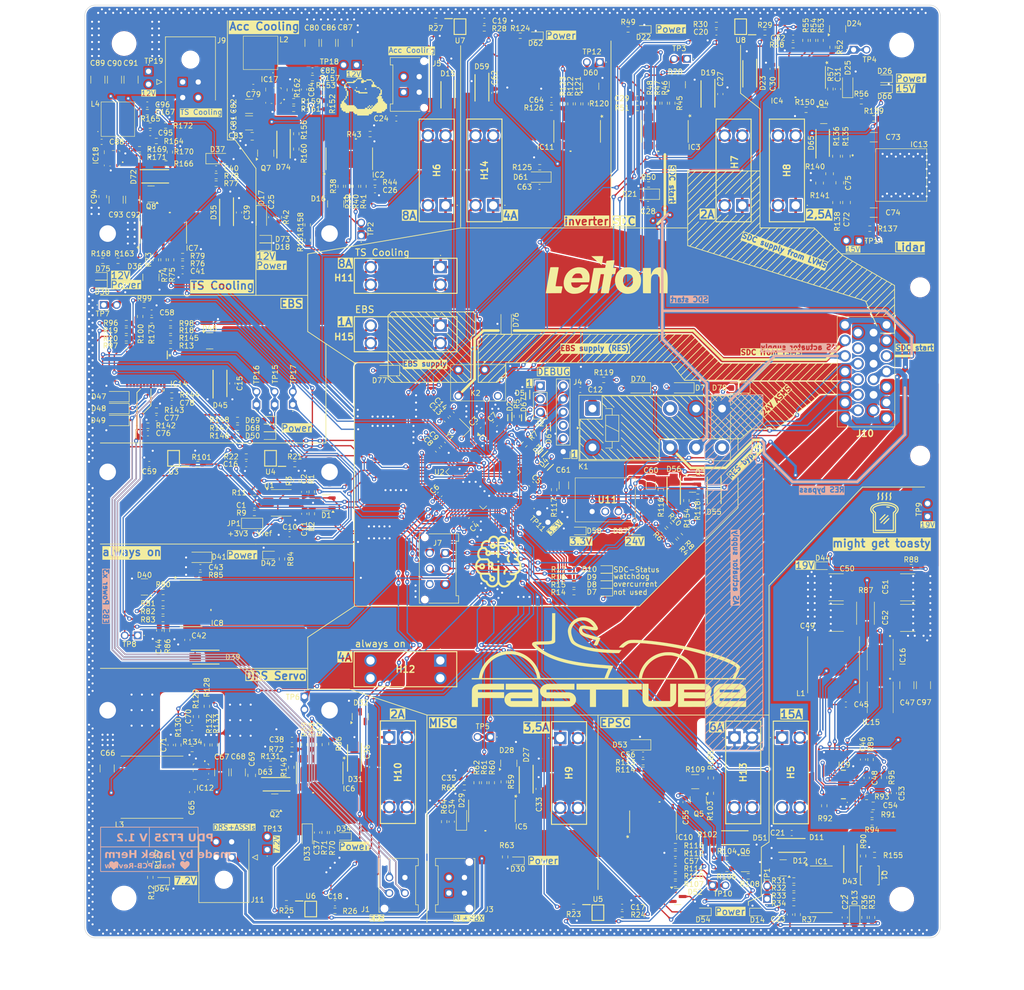
<source format=kicad_pcb>
(kicad_pcb
	(version 20240108)
	(generator "pcbnew")
	(generator_version "8.0")
	(general
		(thickness 1.6)
		(legacy_teardrops no)
	)
	(paper "A3")
	(title_block
		(title "PDU FT25")
		(date "2025-01-15")
		(rev "V1.2")
		(company "Janek Herm")
		(comment 1 "FasTTUBe Electronics")
	)
	(layers
		(0 "F.Cu" signal)
		(1 "In1.Cu" power)
		(2 "In2.Cu" signal)
		(31 "B.Cu" mixed)
		(32 "B.Adhes" user "B.Adhesive")
		(33 "F.Adhes" user "F.Adhesive")
		(34 "B.Paste" user)
		(35 "F.Paste" user)
		(36 "B.SilkS" user "B.Silkscreen")
		(37 "F.SilkS" user "F.Silkscreen")
		(38 "B.Mask" user)
		(39 "F.Mask" user)
		(40 "Dwgs.User" user "User.Drawings")
		(41 "Cmts.User" user "User.Comments")
		(42 "Eco1.User" user "User.Eco1")
		(43 "Eco2.User" user "User.Eco2")
		(44 "Edge.Cuts" user)
		(45 "Margin" user)
		(46 "B.CrtYd" user "B.Courtyard")
		(47 "F.CrtYd" user "F.Courtyard")
		(48 "B.Fab" user)
		(49 "F.Fab" user)
		(50 "User.1" user)
		(51 "User.2" user)
		(52 "User.3" user)
		(53 "User.4" user)
		(54 "User.5" user)
		(55 "User.6" user)
		(56 "User.7" user)
		(57 "User.8" user)
		(58 "User.9" user)
	)
	(setup
		(stackup
			(layer "F.SilkS"
				(type "Top Silk Screen")
			)
			(layer "F.Paste"
				(type "Top Solder Paste")
			)
			(layer "F.Mask"
				(type "Top Solder Mask")
				(thickness 0.01)
			)
			(layer "F.Cu"
				(type "copper")
				(thickness 0.035)
			)
			(layer "dielectric 1"
				(type "prepreg")
				(thickness 0.1)
				(material "FR4")
				(epsilon_r 4.5)
				(loss_tangent 0.02)
			)
			(layer "In1.Cu"
				(type "copper")
				(thickness 0.035)
			)
			(layer "dielectric 2"
				(type "core")
				(thickness 1.24)
				(material "FR4")
				(epsilon_r 4.5)
				(loss_tangent 0.02)
			)
			(layer "In2.Cu"
				(type "copper")
				(thickness 0.035)
			)
			(layer "dielectric 3"
				(type "prepreg")
				(thickness 0.1)
				(material "FR4")
				(epsilon_r 4.5)
				(loss_tangent 0.02)
			)
			(layer "B.Cu"
				(type "copper")
				(thickness 0.035)
			)
			(layer "B.Mask"
				(type "Bottom Solder Mask")
				(thickness 0.01)
			)
			(layer "B.Paste"
				(type "Bottom Solder Paste")
			)
			(layer "B.SilkS"
				(type "Bottom Silk Screen")
			)
			(copper_finish "None")
			(dielectric_constraints no)
		)
		(pad_to_mask_clearance 0)
		(allow_soldermask_bridges_in_footprints no)
		(pcbplotparams
			(layerselection 0x00010fc_ffffffff)
			(plot_on_all_layers_selection 0x0000000_00000000)
			(disableapertmacros no)
			(usegerberextensions no)
			(usegerberattributes yes)
			(usegerberadvancedattributes yes)
			(creategerberjobfile no)
			(dashed_line_dash_ratio 12.000000)
			(dashed_line_gap_ratio 3.000000)
			(svgprecision 4)
			(plotframeref no)
			(viasonmask no)
			(mode 1)
			(useauxorigin yes)
			(hpglpennumber 1)
			(hpglpenspeed 20)
			(hpglpendiameter 15.000000)
			(pdf_front_fp_property_popups yes)
			(pdf_back_fp_property_popups yes)
			(dxfpolygonmode yes)
			(dxfimperialunits yes)
			(dxfusepcbnewfont yes)
			(psnegative no)
			(psa4output no)
			(plotreference yes)
			(plotvalue no)
			(plotfptext yes)
			(plotinvisibletext no)
			(sketchpadsonfab no)
			(subtractmaskfromsilk yes)
			(outputformat 1)
			(mirror no)
			(drillshape 0)
			(scaleselection 1)
			(outputdirectory "gerber/")
		)
	)
	(net 0 "")
	(net 1 "GND")
	(net 2 "+3V3")
	(net 3 "stdCAN_H")
	(net 4 "/MCU/Vref")
	(net 5 "stdCAN_L")
	(net 6 "/MCU/NRST")
	(net 7 "Net-(D11-A2)")
	(net 8 "/powerstages/P_Out6a")
	(net 9 "/powerstages/IS4")
	(net 10 "Net-(D15-A2)")
	(net 11 "/connectors/P_Out1")
	(net 12 "/powerstages/IS1")
	(net 13 "Net-(D19-A2)")
	(net 14 "/powerstages/IS10")
	(net 15 "Net-(D23-A2)")
	(net 16 "/powerstages/P_Out9a")
	(net 17 "/powerstages/IS7")
	(net 18 "Net-(D27-A2)")
	(net 19 "/connectors/P_Out8")
	(net 20 "/powerstages/IS8")
	(net 21 "Net-(D31-A2)")
	(net 22 "/powerstages/P_Out5a")
	(net 23 "/powerstages/IS3")
	(net 24 "Net-(D35-A2)")
	(net 25 "/connectors/P_Out2")
	(net 26 "/powerstages/IS2")
	(net 27 "/connectors/P_Out9")
	(net 28 "/powerstages/IS9")
	(net 29 "Net-(IC9-CBOOT)")
	(net 30 "Net-(IC9-SW)")
	(net 31 "Net-(IC9-VCC)")
	(net 32 "Net-(D43-K)")
	(net 33 "Net-(IC9-PFM{slash}SYNC)")
	(net 34 "/connectors/P_Out4")
	(net 35 "Net-(C53-Pad2)")
	(net 36 "Net-(IC9-EXTCOMP)")
	(net 37 "Net-(D51-A2)")
	(net 38 "/connectors/P_Out5")
	(net 39 "/powerstages/IS5")
	(net 40 "Net-(D56-K)")
	(net 41 "Net-(D59-A2)")
	(net 42 "/connectors/P_Out6")
	(net 43 "/powerstages/IS6")
	(net 44 "Net-(IC12-SW)")
	(net 45 "Net-(IC12-BOOT)")
	(net 46 "/connectors/P_Out3")
	(net 47 "Net-(D63-K)")
	(net 48 "Net-(IC12-FB)")
	(net 49 "Net-(IC12-SS)")
	(net 50 "/connectors/P_Out7")
	(net 51 "Net-(IC13-FB)")
	(net 52 "Net-(D65-K)")
	(net 53 "Net-(IC13-SS)")
	(net 54 "/MCU/SWCLK")
	(net 55 "/MCU/SWDIO")
	(net 56 "/MCU/UART_RX")
	(net 57 "/MCU/UART_TX")
	(net 58 "Net-(D7-A)")
	(net 59 "Net-(D8-A)")
	(net 60 "Net-(D9-A)")
	(net 61 "Net-(D10-A)")
	(net 62 "Net-(D12-A)")
	(net 63 "unconnected-(D12-NC-Pad2)")
	(net 64 "Net-(D14-A)")
	(net 65 "Net-(D16-A)")
	(net 66 "unconnected-(D16-NC-Pad2)")
	(net 67 "Net-(D18-A)")
	(net 68 "Net-(D20-A)")
	(net 69 "unconnected-(D20-NC-Pad2)")
	(net 70 "Net-(D22-A)")
	(net 71 "Net-(D24-A)")
	(net 72 "unconnected-(D24-NC-Pad2)")
	(net 73 "Net-(D26-A)")
	(net 74 "Net-(D28-A)")
	(net 75 "unconnected-(D28-NC-Pad2)")
	(net 76 "Net-(D30-A)")
	(net 77 "unconnected-(D32-NC-Pad2)")
	(net 78 "Net-(D32-A)")
	(net 79 "Net-(D34-A)")
	(net 80 "Net-(D36-A)")
	(net 81 "unconnected-(D36-NC-Pad2)")
	(net 82 "Net-(D38-A)")
	(net 83 "Net-(D43-A)")
	(net 84 "Net-(D44-A)")
	(net 85 "Net-(D45-A2)")
	(net 86 "/powerstages/IS11")
	(net 87 "/connectors/P_Out12")
	(net 88 "unconnected-(D52-NC-Pad2)")
	(net 89 "Net-(D52-A)")
	(net 90 "Net-(D54-A)")
	(net 91 "Net-(D56-A)")
	(net 92 "Net-(D57-A)")
	(net 93 "Net-(D58-A)")
	(net 94 "unconnected-(D60-NC-Pad2)")
	(net 95 "Net-(D60-A)")
	(net 96 "Net-(D62-A)")
	(net 97 "Net-(D63-A)")
	(net 98 "Net-(D64-A)")
	(net 99 "Net-(D65-A)")
	(net 100 "Net-(D66-A)")
	(net 101 "/connectors/P_Out11")
	(net 102 "/connectors/P_Out10")
	(net 103 "Net-(D46-A)")
	(net 104 "+24V")
	(net 105 "Net-(IC1-IS)")
	(net 106 "Net-(IC1-GND)")
	(net 107 "Net-(IC1-IN)")
	(net 108 "Net-(IC1-DEN)")
	(net 109 "Net-(IC2-IS)")
	(net 110 "Net-(IC2-IN)")
	(net 111 "Net-(IC2-DEN)")
	(net 112 "Net-(IC2-GND)")
	(net 113 "Net-(IC3-IN)")
	(net 114 "Net-(IC3-GND)")
	(net 115 "Net-(IC3-IS)")
	(net 116 "Net-(IC3-DEN)")
	(net 117 "Net-(IC4-IN)")
	(net 118 "Net-(IC4-GND)")
	(net 119 "Net-(IC4-IS)")
	(net 120 "Net-(IC4-DEN)")
	(net 121 "Net-(IC5-GND)")
	(net 122 "Net-(IC5-DEN)")
	(net 123 "Net-(IC5-IS)")
	(net 124 "Net-(IC5-IN)")
	(net 125 "Net-(IC6-GND)")
	(net 126 "Net-(IC6-IN)")
	(net 127 "Net-(IC6-DEN)")
	(net 128 "Net-(IC6-IS)")
	(net 129 "Net-(IC7-IN)")
	(net 130 "Net-(IC7-IS)")
	(net 131 "Net-(IC7-GND)")
	(net 132 "Net-(IC7-DEN)")
	(net 133 "Net-(IC9-CNFG)")
	(net 134 "Net-(IC9-PG{slash}SYNCOUT)")
	(net 135 "Net-(IC9-RT)")
	(net 136 "Net-(IC9-ISNS+)")
	(net 137 "Net-(IC9-HO)")
	(net 138 "Net-(IC9-LO)")
	(net 139 "Net-(IC9-FB)")
	(net 140 "Net-(IC10-IS)")
	(net 141 "Net-(IC10-IN)")
	(net 142 "Net-(IC10-DEN)")
	(net 143 "Net-(IC10-GND)")
	(net 144 "Net-(IC11-DEN)")
	(net 145 "Net-(IC11-IS)")
	(net 146 "Net-(IC11-IN)")
	(net 147 "Net-(IC11-GND)")
	(net 148 "Net-(IC12-PG)")
	(net 149 "Net-(IC12-MODE)")
	(net 150 "Net-(IC12-EN)")
	(net 151 "Net-(IC13-RON)")
	(net 152 "Net-(IC13-EN)")
	(net 153 "/MCU/SWO")
	(net 154 "FDCAN_H")
	(net 155 "FDCAN_L")
	(net 156 "/RBR/SDC bypass")
	(net 157 "24V ASMS")
	(net 158 "Net-(JP1-C)")
	(net 159 "unconnected-(K1-Pad12)")
	(net 160 "unconnected-(K1-Pad24)")
	(net 161 "Net-(K1-PadA1)")
	(net 162 "unconnected-(D46-NC-Pad2)")
	(net 163 "Net-(IC14-DSEL1)")
	(net 164 "Net-(Q5-D)")
	(net 165 "Net-(Q5-G)")
	(net 166 "Net-(Q6-G)")
	(net 167 "Net-(Q6-D)")
	(net 168 "Net-(U1-Rs)")
	(net 169 "Net-(U2-PA0)")
	(net 170 "Net-(U2-BOOT0)")
	(net 171 "Net-(U2-PC0)")
	(net 172 "Net-(U2-PA11)")
	(net 173 "/MCU/CAN_RX")
	(net 174 "/MCU/CAN_TX")
	(net 175 "Net-(U2-PA12)")
	(net 176 "unconnected-(U2-PB7-Pad59)")
	(net 177 "unconnected-(U2-PA15-Pad50)")
	(net 178 "/MCU/STATUS_LED1")
	(net 179 "/MCU/STATUS_LED2")
	(net 180 "/MCU/STATUS_LED3")
	(net 181 "/MCU/STATUS_LED4")
	(net 182 "Net-(R12-Pad1)")
	(net 183 "Net-(U4A--)")
	(net 184 "/MCU/ISENSE1")
	(net 185 "Net-(U4B--)")
	(net 186 "/MCU/ISENSE2")
	(net 187 "/MCU/ISENSE3")
	(net 188 "Net-(U5A--)")
	(net 189 "Net-(U5B--)")
	(net 190 "/MCU/ISENSE4")
	(net 191 "/MCU/ISENSE5")
	(net 192 "Net-(U6A--)")
	(net 193 "Net-(U6B--)")
	(net 194 "/MCU/ISENSE6")
	(net 195 "/MCU/ISENSE7")
	(net 196 "Net-(U7A--)")
	(net 197 "Net-(U7B--)")
	(net 198 "/MCU/ISENSE8")
	(net 199 "/MCU/ISENSE9")
	(net 200 "Net-(U8A--)")
	(net 201 "Net-(U8B--)")
	(net 202 "/MCU/ISENSE10")
	(net 203 "/MCU/IN4")
	(net 204 "/MCU/IN1")
	(net 205 "/MCU/IN10")
	(net 206 "/MCU/IN7")
	(net 207 "/MCU/IN8")
	(net 208 "/MCU/IN3")
	(net 209 "/MCU/IN2")
	(net 210 "/MCU/IN9")
	(net 211 "/MCU/IN11")
	(net 212 "/MCU/IN12")
	(net 213 "/MCU/IN13")
	(net 214 "/MCU/PC_Read")
	(net 215 "/MCU/PC_EN")
	(net 216 "/MCU/IN5")
	(net 217 "/MCU/IN6")
	(net 218 "/MCU/XTAL_OUT")
	(net 219 "unconnected-(U2-PC5-Pad25)")
	(net 220 "Net-(IC14-GND)")
	(net 221 "unconnected-(U2-PC12-Pad53)")
	(net 222 "Net-(IC14-DEN)")
	(net 223 "Net-(IC14-IN2)")
	(net 224 "/MCU/XTAL_IN")
	(net 225 "unconnected-(U2-PD2-Pad54)")
	(net 226 "unconnected-(IC14-OUT3-Pad13)")
	(net 227 "Net-(IC14-IN0)")
	(net 228 "Net-(IC14-IN3)")
	(net 229 "Net-(IC14-DSEL0)")
	(net 230 "Net-(IC14-IN1)")
	(net 231 "Net-(IC14-IS)")
	(net 232 "/MCU/DSEL0")
	(net 233 "/MCU/DSEL1")
	(net 234 "Net-(U3A--)")
	(net 235 "/MCU/ISENSE11")
	(net 236 "Net-(U3B--)")
	(net 237 "unconnected-(IC9-NC_1-Pad1)")
	(net 238 "unconnected-(IC9-NC_2-Pad2)")
	(net 239 "unconnected-(IC9-NC_4-Pad23)")
	(net 240 "unconnected-(IC9-NC_3-Pad22)")
	(net 241 "unconnected-(IC9-NC_5-Pad24)")
	(net 242 "Net-(D50-A)")
	(net 243 "Net-(D68-A)")
	(net 244 "Net-(D69-A)")
	(net 245 "/connectors/P_Out14")
	(net 246 "/connectors/P_Out13")
	(net 247 "Net-(IC17-SW)")
	(net 248 "Net-(IC17-BOOT)")
	(net 249 "Net-(D72-K)")
	(net 250 "Net-(IC17-FB)")
	(net 251 "Net-(IC17-SS)")
	(net 252 "Net-(IC18-BOOT)")
	(net 253 "Net-(IC18-SW)")
	(net 254 "Net-(D74-K)")
	(net 255 "Net-(IC18-FB)")
	(net 256 "Net-(IC18-SS)")
	(net 257 "Net-(D72-A)")
	(net 258 "Net-(D73-A)")
	(net 259 "Net-(D74-A)")
	(net 260 "Net-(D75-A)")
	(net 261 "Net-(IC17-PG)")
	(net 262 "Net-(IC17-MODE)")
	(net 263 "Net-(IC17-EN)")
	(net 264 "Net-(IC18-PG)")
	(net 265 "Net-(IC18-MODE)")
	(net 266 "Net-(IC18-EN)")
	(net 267 "Net-(R151-Pad2)")
	(net 268 "Net-(R163-Pad2)")
	(net 269 "EBS supply")
	(net 270 "AS actuator supply")
	(net 271 "unconnected-(IC1-NC-Pad7)")
	(net 272 "unconnected-(IC1-NC-Pad1)")
	(net 273 "unconnected-(IC1-NC-Pad14)")
	(net 274 "unconnected-(IC1-NC-Pad8)")
	(net 275 "unconnected-(IC1-NC-Pad9)")
	(net 276 "unconnected-(IC1-NC-Pad13)")
	(net 277 "unconnected-(IC1-NC-Pad2)")
	(net 278 "unconnected-(IC2-NC-Pad2)")
	(net 279 "unconnected-(IC2-NC-Pad7)")
	(net 280 "unconnected-(IC2-NC-Pad8)")
	(net 281 "unconnected-(IC2-NC-Pad14)")
	(net 282 "unconnected-(IC2-NC-Pad1)")
	(net 283 "unconnected-(IC2-NC-Pad9)")
	(net 284 "unconnected-(IC2-NC-Pad13)")
	(net 285 "unconnected-(IC3-NC-Pad8)")
	(net 286 "unconnected-(IC3-NC-Pad1)")
	(net 287 "unconnected-(IC3-NC-Pad7)")
	(net 288 "unconnected-(IC3-NC-Pad14)")
	(net 289 "unconnected-(IC3-NC-Pad13)")
	(net 290 "unconnected-(IC3-NC-Pad9)")
	(net 291 "unconnected-(IC3-NC-Pad2)")
	(net 292 "unconnected-(IC4-NC-Pad2)")
	(net 293 "unconnected-(IC4-NC-Pad1)")
	(net 294 "unconnected-(IC4-NC-Pad13)")
	(net 295 "unconnected-(IC4-NC-Pad7)")
	(net 296 "unconnected-(IC4-NC-Pad9)")
	(net 297 "unconnected-(IC4-NC-Pad8)")
	(net 298 "unconnected-(IC4-NC-Pad14)")
	(net 299 "unconnected-(IC5-NC-Pad1)")
	(net 300 "unconnected-(IC5-NC-Pad8)")
	(net 301 "unconnected-(IC5-NC-Pad9)")
	(net 302 "unconnected-(IC5-NC-Pad14)")
	(net 303 "unconnected-(IC5-NC-Pad13)")
	(net 304 "unconnected-(IC5-NC-Pad2)")
	(net 305 "unconnected-(IC5-NC-Pad7)")
	(net 306 "unconnected-(IC6-NC-Pad14)")
	(net 307 "unconnected-(IC6-NC-Pad2)")
	(net 308 "unconnected-(IC6-NC-Pad7)")
	(net 309 "unconnected-(IC6-NC-Pad1)")
	(net 310 "unconnected-(IC6-NC-Pad9)")
	(net 311 "unconnected-(IC6-NC-Pad8)")
	(net 312 "unconnected-(IC6-NC-Pad13)")
	(net 313 "unconnected-(IC7-NC-Pad1)")
	(net 314 "unconnected-(IC7-NC-Pad9)")
	(net 315 "unconnected-(IC7-NC-Pad14)")
	(net 316 "unconnected-(IC7-NC-Pad13)")
	(net 317 "unconnected-(IC7-NC-Pad7)")
	(net 318 "unconnected-(IC7-NC-Pad8)")
	(net 319 "unconnected-(IC7-NC-Pad2)")
	(net 320 "unconnected-(IC10-NC-Pad14)")
	(net 321 "unconnected-(IC10-NC-Pad8)")
	(net 322 "unconnected-(IC10-NC-Pad13)")
	(net 323 "unconnected-(IC10-NC-Pad9)")
	(net 324 "unconnected-(IC10-NC-Pad1)")
	(net 325 "unconnected-(IC10-NC-Pad7)")
	(net 326 "unconnected-(IC10-NC-Pad2)")
	(net 327 "unconnected-(IC11-NC-Pad1)")
	(net 328 "unconnected-(IC11-NC-Pad13)")
	(net 329 "unconnected-(IC11-NC-Pad2)")
	(net 330 "unconnected-(IC11-NC-Pad7)")
	(net 331 "unconnected-(IC11-NC-Pad9)")
	(net 332 "unconnected-(IC11-NC-Pad8)")
	(net 333 "unconnected-(IC11-NC-Pad14)")
	(net 334 "unconnected-(IC14-NC-Pad21)")
	(net 335 "unconnected-(IC14-NC-Pad19)")
	(net 336 "unconnected-(IC14-NC-Pad15)")
	(net 337 "unconnected-(IC14-NC-Pad18)")
	(net 338 "unconnected-(IC14-NC-Pad23)")
	(net 339 "unconnected-(IC14-NC-Pad22)")
	(net 340 "unconnected-(IC14-NC-Pad14)")
	(net 341 "unconnected-(IC14-NC-Pad12)")
	(net 342 "unconnected-(IC14-NC-Pad1)")
	(net 343 "unconnected-(IC14-NC-Pad16)")
	(net 344 "/EBSR/EBS power")
	(net 345 "unconnected-(U2-PC14-Pad3)")
	(net 346 "unconnected-(U2-PC15-Pad4)")
	(net 347 "unconnected-(U2-PC13-Pad2)")
	(net 348 "Net-(R100-Pad1)")
	(net 349 "/RBR/RES")
	(net 350 "TSMS SDC")
	(net 351 "unconnected-(J10-Pin_12-Pad12)")
	(net 352 "unconnected-(IC14-NC-Pad3)")
	(net 353 "unconnected-(U2-PB0-Pad26)")
	(net 354 "Net-(D39-A2)")
	(net 355 "unconnected-(D40-NC-Pad2)")
	(net 356 "Net-(D40-A)")
	(net 357 "Net-(D42-A)")
	(net 358 "unconnected-(IC8-NC-Pad8)")
	(net 359 "unconnected-(IC8-NC-Pad13)")
	(net 360 "Net-(IC8-IN)")
	(net 361 "unconnected-(IC8-NC-Pad9)")
	(net 362 "unconnected-(IC8-NC-Pad1)")
	(net 363 "Net-(IC8-DEN)")
	(net 364 "Net-(IC8-GND)")
	(net 365 "Net-(IC8-IS)")
	(net 366 "unconnected-(IC8-NC-Pad2)")
	(net 367 "unconnected-(IC8-NC-Pad14)")
	(net 368 "unconnected-(IC8-NC-Pad7)")
	(footprint "5025:5025" (layer "F.Cu") (at 165.32 98.46 90))
	(footprint "Resistor_SMD:R_0603_1608Metric" (layer "F.Cu") (at 161.375 88.955 90))
	(footprint "Resistor_SMD:R_0603_1608Metric" (layer "F.Cu") (at 128.645 103.135 -90))
	(footprint "Capacitor_SMD:C_1210_3225Metric" (layer "F.Cu") (at 162.225 61.275 90))
	(footprint "BTT6010-1ERB:SOIC14_BTT6010-1ERB_INF" (layer "F.Cu") (at 163.019 83.649799 90))
	(footprint "824501241:DIOM5127X250N" (layer "F.Cu") (at 139.345 93.995 -90))
	(footprint "Resistor_SMD:R_0603_1608Metric" (layer "F.Cu") (at 122.555 83.275))
	(footprint "Package_TO_SOT_SMD:SOT-23" (layer "F.Cu") (at 124.75 106.535 -90))
	(footprint "Package_TO_SOT_SMD:SOT-23" (layer "F.Cu") (at 165.14 191.314998 90))
	(footprint "Resistor_SMD:R_0603_1608Metric" (layer "F.Cu") (at 135.615001 196.775 90))
	(footprint "Resistor_SMD:R_0603_1608Metric" (layer "F.Cu") (at 155.915 68.065))
	(footprint "Capacitor_SMD:C_1210_3225Metric" (layer "F.Cu") (at 143.685 76.725 180))
	(footprint "Resistor_SMD:R_0603_1608Metric" (layer "F.Cu") (at 135.545001 189.315 -90))
	(footprint "LED_SMD:LED_0603_1608Metric" (layer "F.Cu") (at 266.295 70.155 180))
	(footprint "brain:heart" (layer "F.Cu") (at 117.6 220.05))
	(footprint "Resistor_SMD:R_0603_1608Metric" (layer "F.Cu") (at 127.585 77.225))
	(footprint "ESD321DYAR:SODFL1608X77N" (layer "F.Cu") (at 193.99 133.625 -90))
	(footprint "Diode_SMD:D_SOD-123F" (layer "F.Cu") (at 218.94 127.854999 180))
	(footprint "5025:5025" (layer "F.Cu") (at 147.190001 216.99 90))
	(footprint "Resistor_SMD:R_0603_1608Metric" (layer "F.Cu") (at 147.805 200.415))
	(footprint "5025:5025" (layer "F.Cu") (at 261.38 99.44 180))
	(footprint "MountingHole:MountingHole_3.2mm_M3_DIN965_Pad" (layer "F.Cu") (at 116.41 144.08 -90))
	(footprint "Resistor_SMD:R_0603_1608Metric" (layer "F.Cu") (at 254.645 208.515 -90))
	(footprint "3557-15:355715" (layer "F.Cu") (at 180.58 180.485 180))
	(footprint "Resistor_SMD:R_0603_1608Metric" (layer "F.Cu") (at 264.205001 75.855))
	(footprint "Capacitor_SMD:C_0603_1608Metric" (layer "F.Cu") (at 156.795 213.675001 -90))
	(footprint "Resistor_SMD:R_0603_1608Metric" (layer "F.Cu") (at 120.005477 118.297452))
	(footprint "MountingHole:MountingHole_4.3mm_M4" (layer "F.Cu") (at 119.575 226.345))
	(footprint "Capacitor_SMD:C_1210_3225Metric" (layer "F.Cu") (at 138.414747 202.063428 90))
	(footprint "Diode_SMD:D_SOD-123F" (layer "F.Cu") (at 146.065 94.88 -90))
	(footprint "Capacitor_SMD:C_0603_1608Metric" (layer "F.Cu") (at 185.205 203.145 180))
	(footprint "Resistor_SMD:R_0603_1608Metric" (layer "F.Cu") (at 225.925 220.675))
	(footprint "Resistor_SMD:R_0603_1608Metric"
		(layer "F.Cu")
		(uuid "15025461-dcc7-4f61-9542-8f8e8ec99700")
		(at 154.995 99.365 90)
		(descr "Resistor SMD 0603 (1608 Metric), square (rectangular) end terminal, IPC_7351 nominal, (Body size source: IPC-SM-782 page 72, https://www.pcb-3d.com/wordpress/wp-content/uploads/ipc-sm-782a_amendment_1_and_2.pdf), generated with kicad-footprint-generator")
		(tags "resistor")
		(property "Reference" "R151"
			(at -0.35 -1.42 90)
			(layer "F.SilkS")
			(uuid "122f886c-686c-4dca-9df4-687a2b60e366")
			(effects
				(font
					(size 1 1)
					(thickness 0.15)
				)
			)
		)
		(property "Value" "1k"
			(at 0 1.43 90)
			(layer "F.Fab")
			(uuid "a592b584-abae-4bea-8bc8-0a8ffebe0b80")
			(effects
				(font
					(size 1 1)
					(thickness 0.15)
				)
			)
		)
		(property "Footprint" "Resistor_SMD:R_0603_1608Metric"
			(at 0 0 90)
			(unlocked yes)
			(layer "F.Fab")
			(hide yes)
			(uuid "1c5f638a-4832-4642-88d6-97d1baf0f576")
			(effects
				(font
					(size 1.27 1.27)
					(thickness 0.15)
				)
			)
		)
		(property "Datasheet" ""
			(at 0 0 90)
			(unlocked yes)
			(layer "F.Fab")
			(hide yes)
			(uuid "59d60a19-0eeb-4754-9aba-e42d43305fa7")
			(effects
				(font
					(size 1.27 1.27)
					(thickness 0.15)
				)
			)
		)
		(property "Description" "Resistor, small symbol"
			(at 0 0 90)
			(unlocked yes)
			(layer "F.Fab")
			(hide yes)
			(uuid "33615a10-7215-4795-96b9-fa93cea6c121")
			(effects
				(font
					(size 1.27 1.27)
					(thickness 0.15)
				)
			)
		)
		(property ki_fp_filters "R_*")
		(path "/780d04e9-366d-4b48-88f6-229428c96c3a/2688228a-78b0-463b-82bd-42a0dedab640/a31b0199-c63c-4e83-8127-1fac1a9facaf")
		(sheetname "ACC pump DCDC")
		(sheetfile "pumpDCDC.kicad_sch")
		(attr smd)
		(fp_line
			(start -0.237258 -0.5225)
			(end 0.237258 -0.5225)
			(stroke
				(width 0.12)
				(type solid)
			)
			(layer "F.SilkS")
			(uuid "dc8e5fd8-4ca3-4c1d-b1f5-6eaae540711d")
		)
		(fp_line
			(start -0.237258 0.5225)
			(end 0.237258 0.5225)
			(stroke
				(width 0.12)
				(type solid)
			)
			(layer "F.SilkS")
			(uuid "6c0a18d3-6077-4bcb-825a-872d2e6b7716")
		)
		(fp_line
			(start 1.48 -0.73)
			(end 1.48 0.73)
			(stroke
				(width 0.05)
				(type solid)
			)
			(layer "F.CrtYd")
			(uuid "7313f3b4-9a54-4d87-8c75-088e5090a017")
		)
		(fp_line
			(start -1.48 -0.73)
			(end 1.48 -0.73)
			(stroke
				(width 0.05)
				(type solid)
			)
			(layer "F.CrtYd")
			(uuid "6af3927a-7d15-47f2-a5a0-8445f1b4c182")
		)
		(fp_line
			(start 1.48 0.73)
			(end -1.48 0.73)
			(stroke
				(width 0.05)
				(type solid)
			)
			(layer "F.CrtYd")
			(uuid "72e13f33-6639-4f39-84e2-7a3d4ba4715a")
		)
		(fp_line
			(start -1.48 0.73)
			(end -1.48 -0.73)
			(stroke
				(width 0.05)
				(type solid)
			)
			(layer "F.CrtYd")
			(uuid "ff98d762-9a6b-4848-89e9-20b6125bce37")
		)
		(fp_line
			(start 0.8 -0.4125)
			(end 0.8 0.4125)
			(stroke
				(width 0.1)
				(type solid)
			)
			(layer "F.Fab")
			(uuid "fe961a65-105c-43a7-89d7-5c7c44acd8a1")
		)
		(fp_line
			(start -0.8 -0.4125)
			(end 0.8 -0.4125)
			(stroke
				(width 0.1)
				(type solid)
			)
			(layer "F.Fab")
			(uuid "bb8064fe-6479-4ead-87cb-214fa68d7676")
		)
		(fp_line
			(start 0.8 0.4125)
			(end -0.8 0.4125)
			(stroke
				(width 0.1)
				(type solid)
			)
			(layer "F.Fab")
			(uuid "0ba98a26-6841-4152-aae7-55d7e1c78c39")
		)
		(fp_line
			(start -0.8 0.4125)
			(end -0.8 -0.4125)
			(stroke
				(width 0.1)
				(type solid)
			)
			(layer "F.Fab")
			(uuid "5d11a3ad-477d-4115-9465-9e9afb18566f")
		)
		(fp_text user "${REFERENCE}"
			(at 0 0 90)
			(layer "F.Fab")
			(uuid "17fd480c-78e4-42b3-bdb3-934d3a1139dc")
			(effects
				(font
					(size 0.4 0.4)
					(thickness 0.06)
				)
			)
		)
		(pad "1" smd roundrect
			(at -0.825 0 90)
			(size 0.8 0.95)
			(layers "F.Cu" "F.Paste" "F.Mask")
			(roundrect_rratio 0.25)
			(net 11 "/connectors/P_Out1")
			(pintype "passive")
			(teardrops
				(best_length_ratio 0.5)
				(max_length 1)
				(best_width_ratio 1)
				(max_width 2)
				(curve_points 5)
				(filter_ratio 0.9)
				(enabled yes)
				(allow_two_segments yes)
				(prefer_zone_connections yes)
			)
			(uuid "2516c82e-e688-4e41-8475-aa442be74493")
		)
		(pad "2" smd roundrect
			(at 0.825 0 90)
			(size 0.8 0.95)
			(layers "F.Cu" "F.Paste" "F.Mask")
			(roundrect_rratio 0.25)
			(net 267 "Net-(R151-Pad2)")
			(pintype "passive")
			(teardrops
				(best_length_ratio 0.5)
				(max_length 1)
				(best_width_ratio 1)
				(max_width 2)
				(curve_points 5)
				(filter_ratio 0.9)
				(enabled yes)
				(allow_two_segments yes)
				(prefer_zone_connections
... [9212405 chars truncated]
</source>
